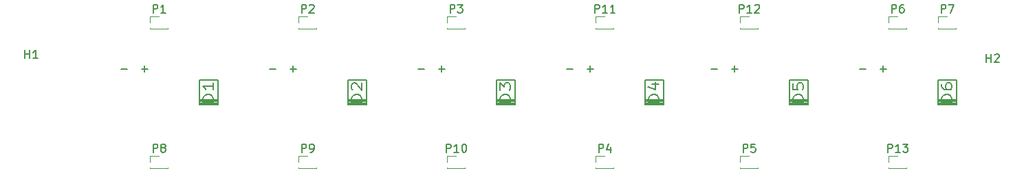
<source format=gbr>
G04 #@! TF.GenerationSoftware,KiCad,Pcbnew,(5.0.0)*
G04 #@! TF.CreationDate,2018-08-10T22:40:29+09:00*
G04 #@! TF.ProjectId,keyborad,6B6579626F7261642E6B696361645F70,rev?*
G04 #@! TF.SameCoordinates,Original*
G04 #@! TF.FileFunction,Legend,Top*
G04 #@! TF.FilePolarity,Positive*
%FSLAX46Y46*%
G04 Gerber Fmt 4.6, Leading zero omitted, Abs format (unit mm)*
G04 Created by KiCad (PCBNEW (5.0.0)) date 08/10/18 22:40:29*
%MOMM*%
%LPD*%
G01*
G04 APERTURE LIST*
%ADD10C,0.150000*%
%ADD11C,0.203200*%
%ADD12C,0.120000*%
G04 APERTURE END LIST*
D10*
G04 #@! TO.C,D1*
X129964000Y-74560000D02*
X132164000Y-74560000D01*
X132164000Y-74760000D02*
X129964000Y-74760000D01*
X132064000Y-74960000D02*
X132164000Y-74960000D01*
X132164000Y-74960000D02*
X132064000Y-74960000D01*
X129964000Y-74960000D02*
X132064000Y-74960000D01*
D11*
X132207000Y-72136000D02*
X132207000Y-75184000D01*
X132207000Y-75184000D02*
X129921000Y-75184000D01*
X129921000Y-75184000D02*
X129921000Y-72136000D01*
X129921000Y-72136000D02*
X132207000Y-72136000D01*
D10*
G04 #@! TO.C,D2*
X148252000Y-74560000D02*
X150452000Y-74560000D01*
X150452000Y-74760000D02*
X148252000Y-74760000D01*
X150352000Y-74960000D02*
X150452000Y-74960000D01*
X150452000Y-74960000D02*
X150352000Y-74960000D01*
X148252000Y-74960000D02*
X150352000Y-74960000D01*
D11*
X150495000Y-72136000D02*
X150495000Y-75184000D01*
X150495000Y-75184000D02*
X148209000Y-75184000D01*
X148209000Y-75184000D02*
X148209000Y-72136000D01*
X148209000Y-72136000D02*
X150495000Y-72136000D01*
D10*
G04 #@! TO.C,D3*
X166540000Y-74560000D02*
X168740000Y-74560000D01*
X168740000Y-74760000D02*
X166540000Y-74760000D01*
X168640000Y-74960000D02*
X168740000Y-74960000D01*
X168740000Y-74960000D02*
X168640000Y-74960000D01*
X166540000Y-74960000D02*
X168640000Y-74960000D01*
D11*
X168783000Y-72136000D02*
X168783000Y-75184000D01*
X168783000Y-75184000D02*
X166497000Y-75184000D01*
X166497000Y-75184000D02*
X166497000Y-72136000D01*
X166497000Y-72136000D02*
X168783000Y-72136000D01*
D10*
G04 #@! TO.C,D4*
X184828000Y-74560000D02*
X187028000Y-74560000D01*
X187028000Y-74760000D02*
X184828000Y-74760000D01*
X186928000Y-74960000D02*
X187028000Y-74960000D01*
X187028000Y-74960000D02*
X186928000Y-74960000D01*
X184828000Y-74960000D02*
X186928000Y-74960000D01*
D11*
X187071000Y-72136000D02*
X187071000Y-75184000D01*
X187071000Y-75184000D02*
X184785000Y-75184000D01*
X184785000Y-75184000D02*
X184785000Y-72136000D01*
X184785000Y-72136000D02*
X187071000Y-72136000D01*
D10*
G04 #@! TO.C,D5*
X202608000Y-74560000D02*
X204808000Y-74560000D01*
X204808000Y-74760000D02*
X202608000Y-74760000D01*
X204708000Y-74960000D02*
X204808000Y-74960000D01*
X204808000Y-74960000D02*
X204708000Y-74960000D01*
X202608000Y-74960000D02*
X204708000Y-74960000D01*
D11*
X204851000Y-72136000D02*
X204851000Y-75184000D01*
X204851000Y-75184000D02*
X202565000Y-75184000D01*
X202565000Y-75184000D02*
X202565000Y-72136000D01*
X202565000Y-72136000D02*
X204851000Y-72136000D01*
D10*
G04 #@! TO.C,D6*
X220896000Y-74560000D02*
X223096000Y-74560000D01*
X223096000Y-74760000D02*
X220896000Y-74760000D01*
X222996000Y-74960000D02*
X223096000Y-74960000D01*
X223096000Y-74960000D02*
X222996000Y-74960000D01*
X220896000Y-74960000D02*
X222996000Y-74960000D01*
D11*
X223139000Y-72136000D02*
X223139000Y-75184000D01*
X223139000Y-75184000D02*
X220853000Y-75184000D01*
X220853000Y-75184000D02*
X220853000Y-72136000D01*
X220853000Y-72136000D02*
X223139000Y-72136000D01*
D12*
G04 #@! TO.C,P1*
X123858000Y-65784000D02*
X126078000Y-65784000D01*
X123858000Y-65784000D02*
X123858000Y-65719000D01*
X126078000Y-65784000D02*
X126078000Y-65719000D01*
X123858000Y-65784000D02*
X124404529Y-65784000D01*
X125531471Y-65784000D02*
X126078000Y-65784000D01*
X123858000Y-65024000D02*
X123858000Y-64264000D01*
X123858000Y-64264000D02*
X124968000Y-64264000D01*
G04 #@! TO.C,P2*
X142146000Y-65784000D02*
X144366000Y-65784000D01*
X142146000Y-65784000D02*
X142146000Y-65719000D01*
X144366000Y-65784000D02*
X144366000Y-65719000D01*
X142146000Y-65784000D02*
X142692529Y-65784000D01*
X143819471Y-65784000D02*
X144366000Y-65784000D01*
X142146000Y-65024000D02*
X142146000Y-64264000D01*
X142146000Y-64264000D02*
X143256000Y-64264000D01*
G04 #@! TO.C,P3*
X160434000Y-65784000D02*
X162654000Y-65784000D01*
X160434000Y-65784000D02*
X160434000Y-65719000D01*
X162654000Y-65784000D02*
X162654000Y-65719000D01*
X160434000Y-65784000D02*
X160980529Y-65784000D01*
X162107471Y-65784000D02*
X162654000Y-65784000D01*
X160434000Y-65024000D02*
X160434000Y-64264000D01*
X160434000Y-64264000D02*
X161544000Y-64264000D01*
G04 #@! TO.C,P4*
X178722000Y-83056000D02*
X180942000Y-83056000D01*
X178722000Y-83056000D02*
X178722000Y-82991000D01*
X180942000Y-83056000D02*
X180942000Y-82991000D01*
X178722000Y-83056000D02*
X179268529Y-83056000D01*
X180395471Y-83056000D02*
X180942000Y-83056000D01*
X178722000Y-82296000D02*
X178722000Y-81536000D01*
X178722000Y-81536000D02*
X179832000Y-81536000D01*
G04 #@! TO.C,P5*
X196502000Y-83056000D02*
X198722000Y-83056000D01*
X196502000Y-83056000D02*
X196502000Y-82991000D01*
X198722000Y-83056000D02*
X198722000Y-82991000D01*
X196502000Y-83056000D02*
X197048529Y-83056000D01*
X198175471Y-83056000D02*
X198722000Y-83056000D01*
X196502000Y-82296000D02*
X196502000Y-81536000D01*
X196502000Y-81536000D02*
X197612000Y-81536000D01*
G04 #@! TO.C,P6*
X214790000Y-65784000D02*
X217010000Y-65784000D01*
X214790000Y-65784000D02*
X214790000Y-65719000D01*
X217010000Y-65784000D02*
X217010000Y-65719000D01*
X214790000Y-65784000D02*
X215336529Y-65784000D01*
X216463471Y-65784000D02*
X217010000Y-65784000D01*
X214790000Y-65024000D02*
X214790000Y-64264000D01*
X214790000Y-64264000D02*
X215900000Y-64264000D01*
G04 #@! TO.C,P7*
X220886000Y-65784000D02*
X223106000Y-65784000D01*
X220886000Y-65784000D02*
X220886000Y-65719000D01*
X223106000Y-65784000D02*
X223106000Y-65719000D01*
X220886000Y-65784000D02*
X221432529Y-65784000D01*
X222559471Y-65784000D02*
X223106000Y-65784000D01*
X220886000Y-65024000D02*
X220886000Y-64264000D01*
X220886000Y-64264000D02*
X221996000Y-64264000D01*
G04 #@! TO.C,P8*
X123858000Y-83056000D02*
X126078000Y-83056000D01*
X123858000Y-83056000D02*
X123858000Y-82991000D01*
X126078000Y-83056000D02*
X126078000Y-82991000D01*
X123858000Y-83056000D02*
X124404529Y-83056000D01*
X125531471Y-83056000D02*
X126078000Y-83056000D01*
X123858000Y-82296000D02*
X123858000Y-81536000D01*
X123858000Y-81536000D02*
X124968000Y-81536000D01*
G04 #@! TO.C,P9*
X142146000Y-83056000D02*
X144366000Y-83056000D01*
X142146000Y-83056000D02*
X142146000Y-82991000D01*
X144366000Y-83056000D02*
X144366000Y-82991000D01*
X142146000Y-83056000D02*
X142692529Y-83056000D01*
X143819471Y-83056000D02*
X144366000Y-83056000D01*
X142146000Y-82296000D02*
X142146000Y-81536000D01*
X142146000Y-81536000D02*
X143256000Y-81536000D01*
G04 #@! TO.C,P10*
X160434000Y-83056000D02*
X162654000Y-83056000D01*
X160434000Y-83056000D02*
X160434000Y-82991000D01*
X162654000Y-83056000D02*
X162654000Y-82991000D01*
X160434000Y-83056000D02*
X160980529Y-83056000D01*
X162107471Y-83056000D02*
X162654000Y-83056000D01*
X160434000Y-82296000D02*
X160434000Y-81536000D01*
X160434000Y-81536000D02*
X161544000Y-81536000D01*
G04 #@! TO.C,P11*
X178722000Y-65784000D02*
X180942000Y-65784000D01*
X178722000Y-65784000D02*
X178722000Y-65719000D01*
X180942000Y-65784000D02*
X180942000Y-65719000D01*
X178722000Y-65784000D02*
X179268529Y-65784000D01*
X180395471Y-65784000D02*
X180942000Y-65784000D01*
X178722000Y-65024000D02*
X178722000Y-64264000D01*
X178722000Y-64264000D02*
X179832000Y-64264000D01*
G04 #@! TO.C,P12*
X196502000Y-65784000D02*
X198722000Y-65784000D01*
X196502000Y-65784000D02*
X196502000Y-65719000D01*
X198722000Y-65784000D02*
X198722000Y-65719000D01*
X196502000Y-65784000D02*
X197048529Y-65784000D01*
X198175471Y-65784000D02*
X198722000Y-65784000D01*
X196502000Y-65024000D02*
X196502000Y-64264000D01*
X196502000Y-64264000D02*
X197612000Y-64264000D01*
G04 #@! TO.C,P13*
X214790000Y-83056000D02*
X217010000Y-83056000D01*
X214790000Y-83056000D02*
X214790000Y-82991000D01*
X217010000Y-83056000D02*
X217010000Y-82991000D01*
X214790000Y-83056000D02*
X215336529Y-83056000D01*
X216463471Y-83056000D02*
X217010000Y-83056000D01*
X214790000Y-82296000D02*
X214790000Y-81536000D01*
X214790000Y-81536000D02*
X215900000Y-81536000D01*
G04 #@! TO.C,D1*
D11*
X131638523Y-74784857D02*
X130368523Y-74784857D01*
X130368523Y-74422000D01*
X130429000Y-74204285D01*
X130549952Y-74059142D01*
X130670904Y-73986571D01*
X130912809Y-73914000D01*
X131094238Y-73914000D01*
X131336142Y-73986571D01*
X131457095Y-74059142D01*
X131578047Y-74204285D01*
X131638523Y-74422000D01*
X131638523Y-74784857D01*
X131638523Y-72462571D02*
X131638523Y-73333428D01*
X131638523Y-72898000D02*
X130368523Y-72898000D01*
X130549952Y-73043142D01*
X130670904Y-73188285D01*
X130731380Y-73333428D01*
G04 #@! TO.C,D2*
X149926523Y-74784857D02*
X148656523Y-74784857D01*
X148656523Y-74422000D01*
X148717000Y-74204285D01*
X148837952Y-74059142D01*
X148958904Y-73986571D01*
X149200809Y-73914000D01*
X149382238Y-73914000D01*
X149624142Y-73986571D01*
X149745095Y-74059142D01*
X149866047Y-74204285D01*
X149926523Y-74422000D01*
X149926523Y-74784857D01*
X148777476Y-73333428D02*
X148717000Y-73260857D01*
X148656523Y-73115714D01*
X148656523Y-72752857D01*
X148717000Y-72607714D01*
X148777476Y-72535142D01*
X148898428Y-72462571D01*
X149019380Y-72462571D01*
X149200809Y-72535142D01*
X149926523Y-73406000D01*
X149926523Y-72462571D01*
G04 #@! TO.C,D3*
X168214523Y-74784857D02*
X166944523Y-74784857D01*
X166944523Y-74422000D01*
X167005000Y-74204285D01*
X167125952Y-74059142D01*
X167246904Y-73986571D01*
X167488809Y-73914000D01*
X167670238Y-73914000D01*
X167912142Y-73986571D01*
X168033095Y-74059142D01*
X168154047Y-74204285D01*
X168214523Y-74422000D01*
X168214523Y-74784857D01*
X166944523Y-73406000D02*
X166944523Y-72462571D01*
X167428333Y-72970571D01*
X167428333Y-72752857D01*
X167488809Y-72607714D01*
X167549285Y-72535142D01*
X167670238Y-72462571D01*
X167972619Y-72462571D01*
X168093571Y-72535142D01*
X168154047Y-72607714D01*
X168214523Y-72752857D01*
X168214523Y-73188285D01*
X168154047Y-73333428D01*
X168093571Y-73406000D01*
G04 #@! TO.C,D4*
X186502523Y-74784857D02*
X185232523Y-74784857D01*
X185232523Y-74422000D01*
X185293000Y-74204285D01*
X185413952Y-74059142D01*
X185534904Y-73986571D01*
X185776809Y-73914000D01*
X185958238Y-73914000D01*
X186200142Y-73986571D01*
X186321095Y-74059142D01*
X186442047Y-74204285D01*
X186502523Y-74422000D01*
X186502523Y-74784857D01*
X185655857Y-72607714D02*
X186502523Y-72607714D01*
X185172047Y-72970571D02*
X186079190Y-73333428D01*
X186079190Y-72390000D01*
G04 #@! TO.C,D5*
X204282523Y-74784857D02*
X203012523Y-74784857D01*
X203012523Y-74422000D01*
X203073000Y-74204285D01*
X203193952Y-74059142D01*
X203314904Y-73986571D01*
X203556809Y-73914000D01*
X203738238Y-73914000D01*
X203980142Y-73986571D01*
X204101095Y-74059142D01*
X204222047Y-74204285D01*
X204282523Y-74422000D01*
X204282523Y-74784857D01*
X203012523Y-72535142D02*
X203012523Y-73260857D01*
X203617285Y-73333428D01*
X203556809Y-73260857D01*
X203496333Y-73115714D01*
X203496333Y-72752857D01*
X203556809Y-72607714D01*
X203617285Y-72535142D01*
X203738238Y-72462571D01*
X204040619Y-72462571D01*
X204161571Y-72535142D01*
X204222047Y-72607714D01*
X204282523Y-72752857D01*
X204282523Y-73115714D01*
X204222047Y-73260857D01*
X204161571Y-73333428D01*
G04 #@! TO.C,D6*
X222570523Y-74784857D02*
X221300523Y-74784857D01*
X221300523Y-74422000D01*
X221361000Y-74204285D01*
X221481952Y-74059142D01*
X221602904Y-73986571D01*
X221844809Y-73914000D01*
X222026238Y-73914000D01*
X222268142Y-73986571D01*
X222389095Y-74059142D01*
X222510047Y-74204285D01*
X222570523Y-74422000D01*
X222570523Y-74784857D01*
X221300523Y-72607714D02*
X221300523Y-72898000D01*
X221361000Y-73043142D01*
X221421476Y-73115714D01*
X221602904Y-73260857D01*
X221844809Y-73333428D01*
X222328619Y-73333428D01*
X222449571Y-73260857D01*
X222510047Y-73188285D01*
X222570523Y-73043142D01*
X222570523Y-72752857D01*
X222510047Y-72607714D01*
X222449571Y-72535142D01*
X222328619Y-72462571D01*
X222026238Y-72462571D01*
X221905285Y-72535142D01*
X221844809Y-72607714D01*
X221784333Y-72752857D01*
X221784333Y-73043142D01*
X221844809Y-73188285D01*
X221905285Y-73260857D01*
X222026238Y-73333428D01*
G04 #@! TO.C,H1*
D10*
X108458095Y-69404380D02*
X108458095Y-68404380D01*
X108458095Y-68880571D02*
X109029523Y-68880571D01*
X109029523Y-69404380D02*
X109029523Y-68404380D01*
X110029523Y-69404380D02*
X109458095Y-69404380D01*
X109743809Y-69404380D02*
X109743809Y-68404380D01*
X109648571Y-68547238D01*
X109553333Y-68642476D01*
X109458095Y-68690095D01*
G04 #@! TO.C,H2*
X226822095Y-69912380D02*
X226822095Y-68912380D01*
X226822095Y-69388571D02*
X227393523Y-69388571D01*
X227393523Y-69912380D02*
X227393523Y-68912380D01*
X227822095Y-69007619D02*
X227869714Y-68960000D01*
X227964952Y-68912380D01*
X228203047Y-68912380D01*
X228298285Y-68960000D01*
X228345904Y-69007619D01*
X228393523Y-69102857D01*
X228393523Y-69198095D01*
X228345904Y-69340952D01*
X227774476Y-69912380D01*
X228393523Y-69912380D01*
G04 #@! TO.C,SW1*
X120279047Y-70731428D02*
X121040952Y-70731428D01*
X122809047Y-70731428D02*
X123570952Y-70731428D01*
X123190000Y-71112380D02*
X123190000Y-70350476D01*
G04 #@! TO.C,SW2*
X138567047Y-70731428D02*
X139328952Y-70731428D01*
X141097047Y-70731428D02*
X141858952Y-70731428D01*
X141478000Y-71112380D02*
X141478000Y-70350476D01*
G04 #@! TO.C,SW3*
X156855047Y-70731428D02*
X157616952Y-70731428D01*
X159385047Y-70731428D02*
X160146952Y-70731428D01*
X159766000Y-71112380D02*
X159766000Y-70350476D01*
G04 #@! TO.C,SW4*
X175143047Y-70731428D02*
X175904952Y-70731428D01*
X177673047Y-70731428D02*
X178434952Y-70731428D01*
X178054000Y-71112380D02*
X178054000Y-70350476D01*
G04 #@! TO.C,SW5*
X192923047Y-70731428D02*
X193684952Y-70731428D01*
X195453047Y-70731428D02*
X196214952Y-70731428D01*
X195834000Y-71112380D02*
X195834000Y-70350476D01*
G04 #@! TO.C,SW6*
X211211047Y-70731428D02*
X211972952Y-70731428D01*
X213741047Y-70731428D02*
X214502952Y-70731428D01*
X214122000Y-71112380D02*
X214122000Y-70350476D01*
G04 #@! TO.C,P1*
X124229904Y-63781380D02*
X124229904Y-62781380D01*
X124610857Y-62781380D01*
X124706095Y-62829000D01*
X124753714Y-62876619D01*
X124801333Y-62971857D01*
X124801333Y-63114714D01*
X124753714Y-63209952D01*
X124706095Y-63257571D01*
X124610857Y-63305190D01*
X124229904Y-63305190D01*
X125753714Y-63781380D02*
X125182285Y-63781380D01*
X125468000Y-63781380D02*
X125468000Y-62781380D01*
X125372761Y-62924238D01*
X125277523Y-63019476D01*
X125182285Y-63067095D01*
G04 #@! TO.C,P2*
X142517904Y-63781380D02*
X142517904Y-62781380D01*
X142898857Y-62781380D01*
X142994095Y-62829000D01*
X143041714Y-62876619D01*
X143089333Y-62971857D01*
X143089333Y-63114714D01*
X143041714Y-63209952D01*
X142994095Y-63257571D01*
X142898857Y-63305190D01*
X142517904Y-63305190D01*
X143470285Y-62876619D02*
X143517904Y-62829000D01*
X143613142Y-62781380D01*
X143851238Y-62781380D01*
X143946476Y-62829000D01*
X143994095Y-62876619D01*
X144041714Y-62971857D01*
X144041714Y-63067095D01*
X143994095Y-63209952D01*
X143422666Y-63781380D01*
X144041714Y-63781380D01*
G04 #@! TO.C,P3*
X160805904Y-63781380D02*
X160805904Y-62781380D01*
X161186857Y-62781380D01*
X161282095Y-62829000D01*
X161329714Y-62876619D01*
X161377333Y-62971857D01*
X161377333Y-63114714D01*
X161329714Y-63209952D01*
X161282095Y-63257571D01*
X161186857Y-63305190D01*
X160805904Y-63305190D01*
X161710666Y-62781380D02*
X162329714Y-62781380D01*
X161996380Y-63162333D01*
X162139238Y-63162333D01*
X162234476Y-63209952D01*
X162282095Y-63257571D01*
X162329714Y-63352809D01*
X162329714Y-63590904D01*
X162282095Y-63686142D01*
X162234476Y-63733761D01*
X162139238Y-63781380D01*
X161853523Y-63781380D01*
X161758285Y-63733761D01*
X161710666Y-63686142D01*
G04 #@! TO.C,P4*
X179093904Y-81053380D02*
X179093904Y-80053380D01*
X179474857Y-80053380D01*
X179570095Y-80101000D01*
X179617714Y-80148619D01*
X179665333Y-80243857D01*
X179665333Y-80386714D01*
X179617714Y-80481952D01*
X179570095Y-80529571D01*
X179474857Y-80577190D01*
X179093904Y-80577190D01*
X180522476Y-80386714D02*
X180522476Y-81053380D01*
X180284380Y-80005761D02*
X180046285Y-80720047D01*
X180665333Y-80720047D01*
G04 #@! TO.C,P5*
X196873904Y-81053380D02*
X196873904Y-80053380D01*
X197254857Y-80053380D01*
X197350095Y-80101000D01*
X197397714Y-80148619D01*
X197445333Y-80243857D01*
X197445333Y-80386714D01*
X197397714Y-80481952D01*
X197350095Y-80529571D01*
X197254857Y-80577190D01*
X196873904Y-80577190D01*
X198350095Y-80053380D02*
X197873904Y-80053380D01*
X197826285Y-80529571D01*
X197873904Y-80481952D01*
X197969142Y-80434333D01*
X198207238Y-80434333D01*
X198302476Y-80481952D01*
X198350095Y-80529571D01*
X198397714Y-80624809D01*
X198397714Y-80862904D01*
X198350095Y-80958142D01*
X198302476Y-81005761D01*
X198207238Y-81053380D01*
X197969142Y-81053380D01*
X197873904Y-81005761D01*
X197826285Y-80958142D01*
G04 #@! TO.C,P6*
X215161904Y-63781380D02*
X215161904Y-62781380D01*
X215542857Y-62781380D01*
X215638095Y-62829000D01*
X215685714Y-62876619D01*
X215733333Y-62971857D01*
X215733333Y-63114714D01*
X215685714Y-63209952D01*
X215638095Y-63257571D01*
X215542857Y-63305190D01*
X215161904Y-63305190D01*
X216590476Y-62781380D02*
X216400000Y-62781380D01*
X216304761Y-62829000D01*
X216257142Y-62876619D01*
X216161904Y-63019476D01*
X216114285Y-63209952D01*
X216114285Y-63590904D01*
X216161904Y-63686142D01*
X216209523Y-63733761D01*
X216304761Y-63781380D01*
X216495238Y-63781380D01*
X216590476Y-63733761D01*
X216638095Y-63686142D01*
X216685714Y-63590904D01*
X216685714Y-63352809D01*
X216638095Y-63257571D01*
X216590476Y-63209952D01*
X216495238Y-63162333D01*
X216304761Y-63162333D01*
X216209523Y-63209952D01*
X216161904Y-63257571D01*
X216114285Y-63352809D01*
G04 #@! TO.C,P7*
X221257904Y-63781380D02*
X221257904Y-62781380D01*
X221638857Y-62781380D01*
X221734095Y-62829000D01*
X221781714Y-62876619D01*
X221829333Y-62971857D01*
X221829333Y-63114714D01*
X221781714Y-63209952D01*
X221734095Y-63257571D01*
X221638857Y-63305190D01*
X221257904Y-63305190D01*
X222162666Y-62781380D02*
X222829333Y-62781380D01*
X222400761Y-63781380D01*
G04 #@! TO.C,P8*
X124229904Y-81053380D02*
X124229904Y-80053380D01*
X124610857Y-80053380D01*
X124706095Y-80101000D01*
X124753714Y-80148619D01*
X124801333Y-80243857D01*
X124801333Y-80386714D01*
X124753714Y-80481952D01*
X124706095Y-80529571D01*
X124610857Y-80577190D01*
X124229904Y-80577190D01*
X125372761Y-80481952D02*
X125277523Y-80434333D01*
X125229904Y-80386714D01*
X125182285Y-80291476D01*
X125182285Y-80243857D01*
X125229904Y-80148619D01*
X125277523Y-80101000D01*
X125372761Y-80053380D01*
X125563238Y-80053380D01*
X125658476Y-80101000D01*
X125706095Y-80148619D01*
X125753714Y-80243857D01*
X125753714Y-80291476D01*
X125706095Y-80386714D01*
X125658476Y-80434333D01*
X125563238Y-80481952D01*
X125372761Y-80481952D01*
X125277523Y-80529571D01*
X125229904Y-80577190D01*
X125182285Y-80672428D01*
X125182285Y-80862904D01*
X125229904Y-80958142D01*
X125277523Y-81005761D01*
X125372761Y-81053380D01*
X125563238Y-81053380D01*
X125658476Y-81005761D01*
X125706095Y-80958142D01*
X125753714Y-80862904D01*
X125753714Y-80672428D01*
X125706095Y-80577190D01*
X125658476Y-80529571D01*
X125563238Y-80481952D01*
G04 #@! TO.C,P9*
X142517904Y-81053380D02*
X142517904Y-80053380D01*
X142898857Y-80053380D01*
X142994095Y-80101000D01*
X143041714Y-80148619D01*
X143089333Y-80243857D01*
X143089333Y-80386714D01*
X143041714Y-80481952D01*
X142994095Y-80529571D01*
X142898857Y-80577190D01*
X142517904Y-80577190D01*
X143565523Y-81053380D02*
X143756000Y-81053380D01*
X143851238Y-81005761D01*
X143898857Y-80958142D01*
X143994095Y-80815285D01*
X144041714Y-80624809D01*
X144041714Y-80243857D01*
X143994095Y-80148619D01*
X143946476Y-80101000D01*
X143851238Y-80053380D01*
X143660761Y-80053380D01*
X143565523Y-80101000D01*
X143517904Y-80148619D01*
X143470285Y-80243857D01*
X143470285Y-80481952D01*
X143517904Y-80577190D01*
X143565523Y-80624809D01*
X143660761Y-80672428D01*
X143851238Y-80672428D01*
X143946476Y-80624809D01*
X143994095Y-80577190D01*
X144041714Y-80481952D01*
G04 #@! TO.C,P10*
X160329714Y-81053380D02*
X160329714Y-80053380D01*
X160710666Y-80053380D01*
X160805904Y-80101000D01*
X160853523Y-80148619D01*
X160901142Y-80243857D01*
X160901142Y-80386714D01*
X160853523Y-80481952D01*
X160805904Y-80529571D01*
X160710666Y-80577190D01*
X160329714Y-80577190D01*
X161853523Y-81053380D02*
X161282095Y-81053380D01*
X161567809Y-81053380D02*
X161567809Y-80053380D01*
X161472571Y-80196238D01*
X161377333Y-80291476D01*
X161282095Y-80339095D01*
X162472571Y-80053380D02*
X162567809Y-80053380D01*
X162663047Y-80101000D01*
X162710666Y-80148619D01*
X162758285Y-80243857D01*
X162805904Y-80434333D01*
X162805904Y-80672428D01*
X162758285Y-80862904D01*
X162710666Y-80958142D01*
X162663047Y-81005761D01*
X162567809Y-81053380D01*
X162472571Y-81053380D01*
X162377333Y-81005761D01*
X162329714Y-80958142D01*
X162282095Y-80862904D01*
X162234476Y-80672428D01*
X162234476Y-80434333D01*
X162282095Y-80243857D01*
X162329714Y-80148619D01*
X162377333Y-80101000D01*
X162472571Y-80053380D01*
G04 #@! TO.C,P11*
X178617714Y-63781380D02*
X178617714Y-62781380D01*
X178998666Y-62781380D01*
X179093904Y-62829000D01*
X179141523Y-62876619D01*
X179189142Y-62971857D01*
X179189142Y-63114714D01*
X179141523Y-63209952D01*
X179093904Y-63257571D01*
X178998666Y-63305190D01*
X178617714Y-63305190D01*
X180141523Y-63781380D02*
X179570095Y-63781380D01*
X179855809Y-63781380D02*
X179855809Y-62781380D01*
X179760571Y-62924238D01*
X179665333Y-63019476D01*
X179570095Y-63067095D01*
X181093904Y-63781380D02*
X180522476Y-63781380D01*
X180808190Y-63781380D02*
X180808190Y-62781380D01*
X180712952Y-62924238D01*
X180617714Y-63019476D01*
X180522476Y-63067095D01*
G04 #@! TO.C,P12*
X196397714Y-63781380D02*
X196397714Y-62781380D01*
X196778666Y-62781380D01*
X196873904Y-62829000D01*
X196921523Y-62876619D01*
X196969142Y-62971857D01*
X196969142Y-63114714D01*
X196921523Y-63209952D01*
X196873904Y-63257571D01*
X196778666Y-63305190D01*
X196397714Y-63305190D01*
X197921523Y-63781380D02*
X197350095Y-63781380D01*
X197635809Y-63781380D02*
X197635809Y-62781380D01*
X197540571Y-62924238D01*
X197445333Y-63019476D01*
X197350095Y-63067095D01*
X198302476Y-62876619D02*
X198350095Y-62829000D01*
X198445333Y-62781380D01*
X198683428Y-62781380D01*
X198778666Y-62829000D01*
X198826285Y-62876619D01*
X198873904Y-62971857D01*
X198873904Y-63067095D01*
X198826285Y-63209952D01*
X198254857Y-63781380D01*
X198873904Y-63781380D01*
G04 #@! TO.C,P13*
X214685714Y-81053380D02*
X214685714Y-80053380D01*
X215066666Y-80053380D01*
X215161904Y-80101000D01*
X215209523Y-80148619D01*
X215257142Y-80243857D01*
X215257142Y-80386714D01*
X215209523Y-80481952D01*
X215161904Y-80529571D01*
X215066666Y-80577190D01*
X214685714Y-80577190D01*
X216209523Y-81053380D02*
X215638095Y-81053380D01*
X215923809Y-81053380D02*
X215923809Y-80053380D01*
X215828571Y-80196238D01*
X215733333Y-80291476D01*
X215638095Y-80339095D01*
X216542857Y-80053380D02*
X217161904Y-80053380D01*
X216828571Y-80434333D01*
X216971428Y-80434333D01*
X217066666Y-80481952D01*
X217114285Y-80529571D01*
X217161904Y-80624809D01*
X217161904Y-80862904D01*
X217114285Y-80958142D01*
X217066666Y-81005761D01*
X216971428Y-81053380D01*
X216685714Y-81053380D01*
X216590476Y-81005761D01*
X216542857Y-80958142D01*
G04 #@! TD*
M02*

</source>
